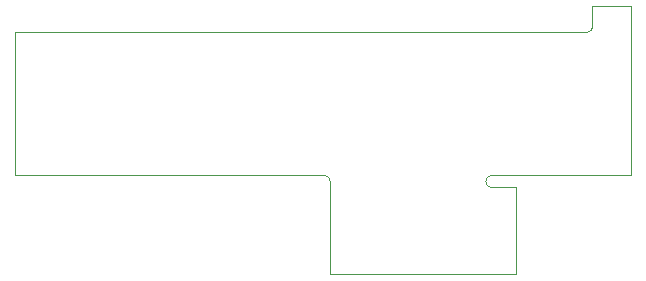
<source format=gm1>
G75*
%MOIN*%
%OFA0B0*%
%FSLAX24Y24*%
%IPPOS*%
%LPD*%
%AMOC8*
5,1,8,0,0,1.08239X$1,22.5*
%
%ADD10C,0.0000*%
D10*
X004840Y003883D02*
X004840Y008656D01*
X023855Y008656D01*
X023881Y008658D01*
X023906Y008663D01*
X023930Y008671D01*
X023954Y008682D01*
X023975Y008697D01*
X023994Y008714D01*
X024011Y008733D01*
X024026Y008755D01*
X024037Y008778D01*
X024045Y008802D01*
X024050Y008827D01*
X024052Y008853D01*
X024052Y009513D01*
X025351Y009513D01*
X025351Y003883D01*
X020706Y003883D01*
X020680Y003881D01*
X020655Y003876D01*
X020631Y003868D01*
X020608Y003857D01*
X020586Y003842D01*
X020567Y003825D01*
X020550Y003806D01*
X020535Y003785D01*
X020524Y003761D01*
X020516Y003737D01*
X020511Y003712D01*
X020509Y003686D01*
X020511Y003660D01*
X020516Y003635D01*
X020524Y003611D01*
X020535Y003588D01*
X020550Y003566D01*
X020567Y003547D01*
X020586Y003530D01*
X020608Y003515D01*
X020631Y003504D01*
X020655Y003496D01*
X020680Y003491D01*
X020706Y003489D01*
X021532Y003489D01*
X021532Y000576D01*
X015312Y000576D01*
X015312Y003686D01*
X015310Y003712D01*
X015305Y003737D01*
X015297Y003761D01*
X015286Y003785D01*
X015271Y003806D01*
X015254Y003825D01*
X015235Y003842D01*
X015214Y003857D01*
X015190Y003868D01*
X015166Y003876D01*
X015141Y003881D01*
X015115Y003883D01*
X004840Y003883D01*
M02*

</source>
